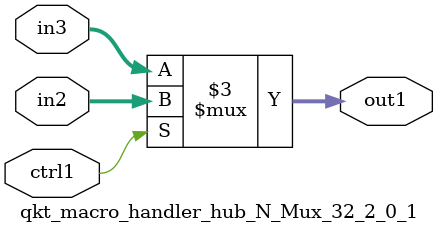
<source format=v>

`timescale 1ps / 1ps


module qkt_macro_handler_hub_N_Mux_32_2_0_1( in3, in2, ctrl1, out1 );

    input [31:0] in3;
    input [31:0] in2;
    input ctrl1;
    output [31:0] out1;
    reg [31:0] out1;

    
    // rtl_process:qkt_macro_handler_hub_N_Mux_32_2_0_1/qkt_macro_handler_hub_N_Mux_32_2_0_1_thread_1
    always @*
      begin : qkt_macro_handler_hub_N_Mux_32_2_0_1_thread_1
        case (ctrl1) 
          1'b1: 
            begin
              out1 = in2;
            end
          default: 
            begin
              out1 = in3;
            end
        endcase
      end

endmodule



</source>
